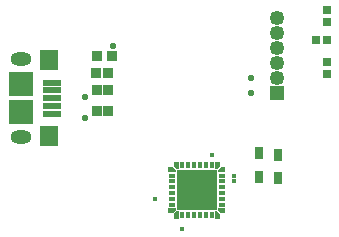
<source format=gts>
G04*
G04 #@! TF.GenerationSoftware,Altium Limited,Altium Designer,19.0.14 (431)*
G04*
G04 Layer_Color=8388736*
%FSLAX43Y43*%
%MOMM*%
G71*
G01*
G75*
%ADD25R,0.703X1.003*%
%ADD26R,0.803X0.803*%
%ADD27R,0.653X0.753*%
%ADD28R,0.853X0.903*%
%ADD29R,0.923X0.923*%
%ADD30R,0.823X0.823*%
%ADD31R,1.553X0.603*%
%ADD32R,2.103X2.103*%
%ADD33R,1.603X1.803*%
%ADD34R,0.420X0.620*%
%ADD35R,0.620X0.420*%
%ADD36R,3.420X3.420*%
%ADD37O,1.803X1.103*%
%ADD38R,1.253X1.253*%
%ADD39C,1.253*%
%ADD40C,0.453*%
%ADD41C,0.553*%
G36*
X14460Y2650D02*
X14225Y2415D01*
X13840Y2415D01*
Y2835D01*
X14460D01*
X14460Y2650D01*
D02*
G37*
G36*
X14710Y1965D02*
X14290D01*
X14290Y2350D01*
X14525Y2585D01*
X14710Y2585D01*
Y1965D01*
D02*
G37*
G36*
Y6165D02*
X14525Y6165D01*
X14290Y6400D01*
X14290Y6785D01*
X14710D01*
Y6165D01*
D02*
G37*
G36*
X14225Y6335D02*
X14460Y6100D01*
X14460Y5915D01*
X13840D01*
Y6335D01*
X14225Y6335D01*
D02*
G37*
G36*
X18660Y2415D02*
X18275Y2415D01*
X18040Y2650D01*
X18040Y2835D01*
X18660D01*
Y2415D01*
D02*
G37*
G36*
X17975Y2585D02*
X18210Y2350D01*
X18210Y1965D01*
X17790D01*
Y2585D01*
X17975Y2585D01*
D02*
G37*
G36*
X18210Y6400D02*
X17975Y6165D01*
X17790Y6165D01*
Y6785D01*
X18210D01*
X18210Y6400D01*
D02*
G37*
G36*
X18660Y5915D02*
X18040D01*
X18040Y6100D01*
X18275Y6335D01*
X18660Y6335D01*
Y5915D01*
D02*
G37*
D25*
X21500Y5500D02*
D03*
Y7500D02*
D03*
X23125Y7375D02*
D03*
Y5375D02*
D03*
D26*
X27250Y14225D02*
D03*
Y15275D02*
D03*
Y18600D02*
D03*
Y19650D02*
D03*
D27*
Y17125D02*
D03*
X26350D02*
D03*
D28*
X7759Y15750D02*
D03*
X9109D02*
D03*
D29*
X8750Y14325D02*
D03*
X7750D02*
D03*
D30*
X8700Y12825D02*
D03*
X7800D02*
D03*
X8700Y11125D02*
D03*
X7800D02*
D03*
D31*
X4000Y13475D02*
D03*
Y12825D02*
D03*
Y12175D02*
D03*
Y11525D02*
D03*
Y10875D02*
D03*
D32*
X1325Y13375D02*
D03*
Y10975D02*
D03*
D33*
X3775Y15375D02*
D03*
Y8975D02*
D03*
D34*
X15000Y2275D02*
D03*
X15500D02*
D03*
X16000D02*
D03*
X16500D02*
D03*
X17000D02*
D03*
X17500D02*
D03*
Y6475D02*
D03*
X17000D02*
D03*
X16500D02*
D03*
X16000D02*
D03*
X15500D02*
D03*
X15000D02*
D03*
D35*
X18350Y3125D02*
D03*
Y3625D02*
D03*
Y4125D02*
D03*
Y4625D02*
D03*
Y5125D02*
D03*
Y5625D02*
D03*
X14150D02*
D03*
Y5125D02*
D03*
Y4625D02*
D03*
Y4125D02*
D03*
Y3625D02*
D03*
Y3125D02*
D03*
D36*
X16250Y4375D02*
D03*
D37*
X1325Y8875D02*
D03*
Y15475D02*
D03*
D38*
X23000Y12585D02*
D03*
D39*
Y15125D02*
D03*
Y13855D02*
D03*
Y16395D02*
D03*
Y17665D02*
D03*
Y18935D02*
D03*
D40*
X15000Y1125D02*
D03*
X12750Y3625D02*
D03*
X19375Y5625D02*
D03*
Y5125D02*
D03*
X17500Y7375D02*
D03*
D41*
X20835Y12585D02*
D03*
X20855Y13855D02*
D03*
X9125Y16625D02*
D03*
X6750Y12250D02*
D03*
Y10500D02*
D03*
M02*

</source>
